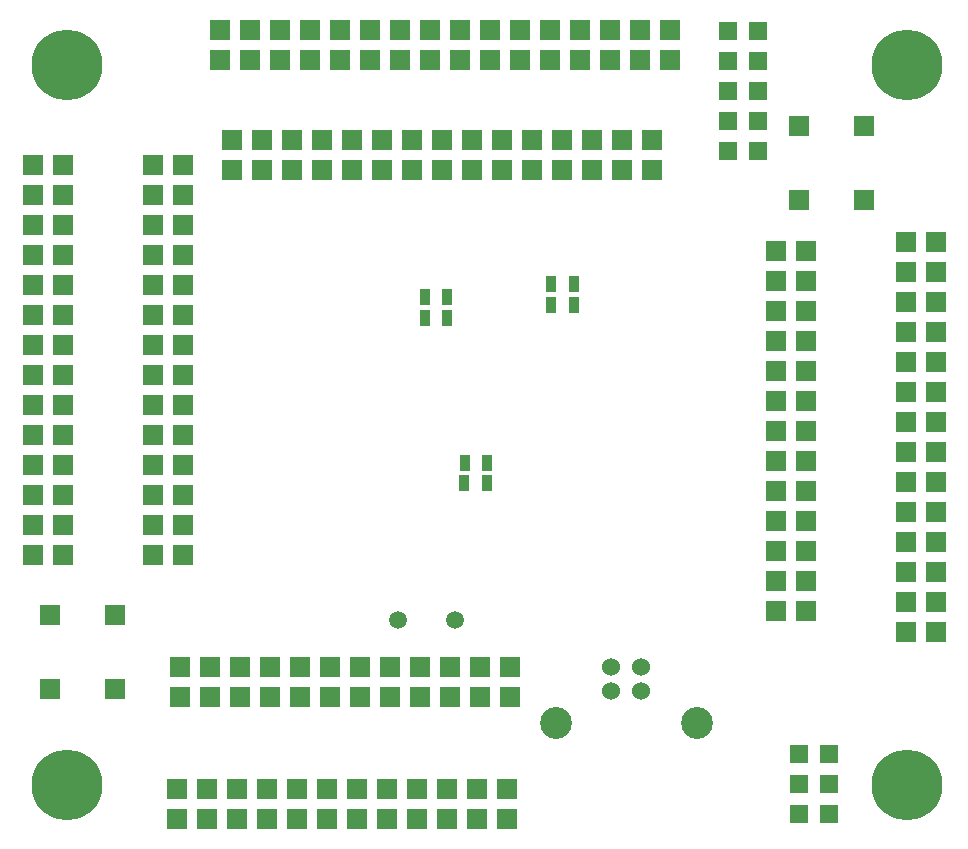
<source format=gts>
G04 #@! TF.FileFunction,Soldermask,Top*
%FSLAX46Y46*%
G04 Gerber Fmt 4.6, Leading zero omitted, Abs format (unit mm)*
G04 Created by KiCad (PCBNEW 0.201503110816+5502~22~ubuntu14.10.1-product) date St 11. březen 2015, 15:56:56 CET*
%MOMM*%
G01*
G04 APERTURE LIST*
%ADD10C,0.150000*%
%ADD11R,0.889000X1.397000*%
%ADD12C,1.524000*%
%ADD13C,2.700020*%
%ADD14C,1.501140*%
%ADD15R,1.651000X1.651000*%
%ADD16C,6.000000*%
%ADD17R,1.524000X1.524000*%
%ADD18R,1.676400X1.676400*%
G04 APERTURE END LIST*
D10*
D11*
X142049500Y-80670400D03*
X143954500Y-80670400D03*
X154673300Y-79502000D03*
X152768300Y-79502000D03*
X145402300Y-96418400D03*
X147307300Y-96418400D03*
X145453100Y-94691200D03*
X147358100Y-94691200D03*
X142049500Y-82397600D03*
X143954500Y-82397600D03*
X154673300Y-81280000D03*
X152768300Y-81280000D03*
D12*
X160395920Y-111998760D03*
X157855920Y-111998760D03*
X157855920Y-113997740D03*
X160395920Y-113997740D03*
D13*
X165125400Y-116697760D03*
X153126440Y-116697760D03*
D14*
X139748260Y-108000800D03*
X144630140Y-108000800D03*
D15*
X128955800Y-114477800D03*
X128955800Y-111937800D03*
X146481800Y-124841000D03*
X146481800Y-122301000D03*
X136575800Y-114477800D03*
X136575800Y-111937800D03*
X131241800Y-124841000D03*
X131241800Y-122301000D03*
X133781800Y-124841000D03*
X133781800Y-122301000D03*
X174345600Y-86868000D03*
X171805600Y-86868000D03*
X185318400Y-86106000D03*
X182778400Y-86106000D03*
X174345600Y-79248000D03*
X171805600Y-79248000D03*
X185318400Y-78486000D03*
X182778400Y-78486000D03*
X174345600Y-76708000D03*
X171805600Y-76708000D03*
X185318400Y-75946000D03*
X182778400Y-75946000D03*
X185318400Y-81026000D03*
X182778400Y-81026000D03*
X174345600Y-81788000D03*
X171805600Y-81788000D03*
X185318400Y-83566000D03*
X182778400Y-83566000D03*
X174345600Y-84328000D03*
X171805600Y-84328000D03*
X174345600Y-97028000D03*
X171805600Y-97028000D03*
X161290000Y-69850000D03*
X161290000Y-67310000D03*
X162814000Y-58039000D03*
X162814000Y-60579000D03*
X185318400Y-98806000D03*
X182778400Y-98806000D03*
X174345600Y-99568000D03*
X171805600Y-99568000D03*
X174345600Y-104648000D03*
X171805600Y-104648000D03*
X174345600Y-107188000D03*
X171805600Y-107188000D03*
X185318400Y-108966000D03*
X182778400Y-108966000D03*
X185318400Y-106426000D03*
X182778400Y-106426000D03*
X185318400Y-101346000D03*
X182778400Y-101346000D03*
X182778400Y-96266000D03*
X185318400Y-96266000D03*
X174345600Y-91948000D03*
X171805600Y-91948000D03*
X174345600Y-94488000D03*
X171805600Y-94488000D03*
X185318400Y-93726000D03*
X182778400Y-93726000D03*
X144195800Y-114477800D03*
X144195800Y-111937800D03*
X185318400Y-91186000D03*
X182778400Y-91186000D03*
X174345600Y-89408000D03*
X171805600Y-89408000D03*
X149021800Y-124841000D03*
X149021800Y-122301000D03*
X146735800Y-114477800D03*
X146735800Y-111937800D03*
X139115800Y-114477800D03*
X139115800Y-111937800D03*
X141655800Y-114477800D03*
X141655800Y-111937800D03*
X158750000Y-67310000D03*
X158750000Y-69850000D03*
X160274000Y-60579000D03*
X160274000Y-58039000D03*
X126415800Y-114477800D03*
X126415800Y-111937800D03*
X143941800Y-124841000D03*
X143941800Y-122301000D03*
X141401800Y-124841000D03*
X141401800Y-122301000D03*
X149275800Y-114477800D03*
X149275800Y-111937800D03*
X182778400Y-103886000D03*
X185318400Y-103886000D03*
X174345600Y-102108000D03*
X171805600Y-102108000D03*
X185318400Y-88646000D03*
X182778400Y-88646000D03*
X138861800Y-124841000D03*
X138861800Y-122301000D03*
X136321800Y-124841000D03*
X136321800Y-122301000D03*
X134035800Y-114477800D03*
X134035800Y-111937800D03*
X131495800Y-114477800D03*
X131495800Y-111937800D03*
X128701800Y-124841000D03*
X128701800Y-122301000D03*
X111404400Y-82169000D03*
X108864400Y-82169000D03*
X111404400Y-77089000D03*
X108864400Y-77089000D03*
X121564400Y-74549000D03*
X119024400Y-74549000D03*
X111404400Y-72009000D03*
X108864400Y-72009000D03*
X121564400Y-77089000D03*
X119024400Y-77089000D03*
X121564400Y-79629000D03*
X119024400Y-79629000D03*
X111404400Y-84709000D03*
X108864400Y-84709000D03*
X121564400Y-84709000D03*
X119024400Y-84709000D03*
X121564400Y-89789000D03*
X119024400Y-89789000D03*
X111404400Y-89789000D03*
X108864400Y-89789000D03*
X111404400Y-102489000D03*
X108864400Y-102489000D03*
X111404400Y-69469000D03*
X108864400Y-69469000D03*
X123621800Y-124841000D03*
X123621800Y-122301000D03*
X123875800Y-114477800D03*
X123875800Y-111937800D03*
X119024400Y-69469000D03*
X121564400Y-69469000D03*
X121564400Y-99949000D03*
X119024400Y-99949000D03*
X126161800Y-124841000D03*
X126161800Y-122301000D03*
X138430000Y-69850000D03*
X138430000Y-67310000D03*
X142494000Y-60579000D03*
X142494000Y-58039000D03*
X121335800Y-114477800D03*
X121335800Y-111937800D03*
X128270000Y-69850000D03*
X128270000Y-67310000D03*
X139954000Y-60579000D03*
X139954000Y-58039000D03*
X129794000Y-58039000D03*
X129794000Y-60579000D03*
X140970000Y-69850000D03*
X140970000Y-67310000D03*
X145034000Y-60579000D03*
X145034000Y-58039000D03*
X152654000Y-60579000D03*
X152654000Y-58039000D03*
X150114000Y-58039000D03*
X150114000Y-60579000D03*
X146050000Y-69850000D03*
X146050000Y-67310000D03*
X148590000Y-69850000D03*
X148590000Y-67310000D03*
X155194000Y-60579000D03*
X155194000Y-58039000D03*
X157734000Y-58039000D03*
X157734000Y-60579000D03*
X156210000Y-69850000D03*
X156210000Y-67310000D03*
X151130000Y-67310000D03*
X151130000Y-69850000D03*
X153670000Y-67310000D03*
X153670000Y-69850000D03*
X111404400Y-74549000D03*
X108864400Y-74549000D03*
X121564400Y-102489000D03*
X119024400Y-102489000D03*
X121564400Y-94869000D03*
X119024400Y-94869000D03*
X111404400Y-92329000D03*
X108864400Y-92329000D03*
X111404400Y-87249000D03*
X108864400Y-87249000D03*
X121564400Y-87249000D03*
X119024400Y-87249000D03*
X121081800Y-124841000D03*
X121081800Y-122301000D03*
X125730000Y-69850000D03*
X125730000Y-67310000D03*
X124714000Y-60579000D03*
X124714000Y-58039000D03*
X147574000Y-60579000D03*
X147574000Y-58039000D03*
X121564400Y-72009000D03*
X119024400Y-72009000D03*
X127254000Y-60579000D03*
X127254000Y-58039000D03*
X132334000Y-60579000D03*
X132334000Y-58039000D03*
X111404400Y-99949000D03*
X108864400Y-99949000D03*
X111404400Y-97409000D03*
X108864400Y-97409000D03*
X111404400Y-94869000D03*
X108864400Y-94869000D03*
X130810000Y-69850000D03*
X130810000Y-67310000D03*
X133350000Y-69850000D03*
X133350000Y-67310000D03*
X143510000Y-69850000D03*
X143510000Y-67310000D03*
X119024400Y-97409000D03*
X121564400Y-97409000D03*
X121564400Y-92329000D03*
X119024400Y-92329000D03*
X135890000Y-69850000D03*
X135890000Y-67310000D03*
X137414000Y-60579000D03*
X137414000Y-58039000D03*
X134874000Y-60579000D03*
X134874000Y-58039000D03*
X111404400Y-79629000D03*
X108864400Y-79629000D03*
X121564400Y-82169000D03*
X119024400Y-82169000D03*
D16*
X111760000Y-60960000D03*
X111760000Y-121920000D03*
X182880000Y-121920000D03*
X182880000Y-60960000D03*
D17*
X170281600Y-68300600D03*
X167741600Y-68300600D03*
X170281600Y-65760600D03*
X167741600Y-65760600D03*
X170281600Y-63220600D03*
X167741600Y-63220600D03*
X170281600Y-60680600D03*
X167741600Y-60680600D03*
X170281600Y-58140600D03*
X167741600Y-58140600D03*
X176276000Y-124409200D03*
X173736000Y-124409200D03*
X176276000Y-121869200D03*
X173736000Y-121869200D03*
X176276000Y-119329200D03*
X173736000Y-119329200D03*
D18*
X179229200Y-72441200D03*
X173729200Y-72441200D03*
X179229200Y-66141200D03*
X173729200Y-66141200D03*
X115780000Y-113843200D03*
X110280000Y-113843200D03*
X115780000Y-107543200D03*
X110280000Y-107543200D03*
M02*

</source>
